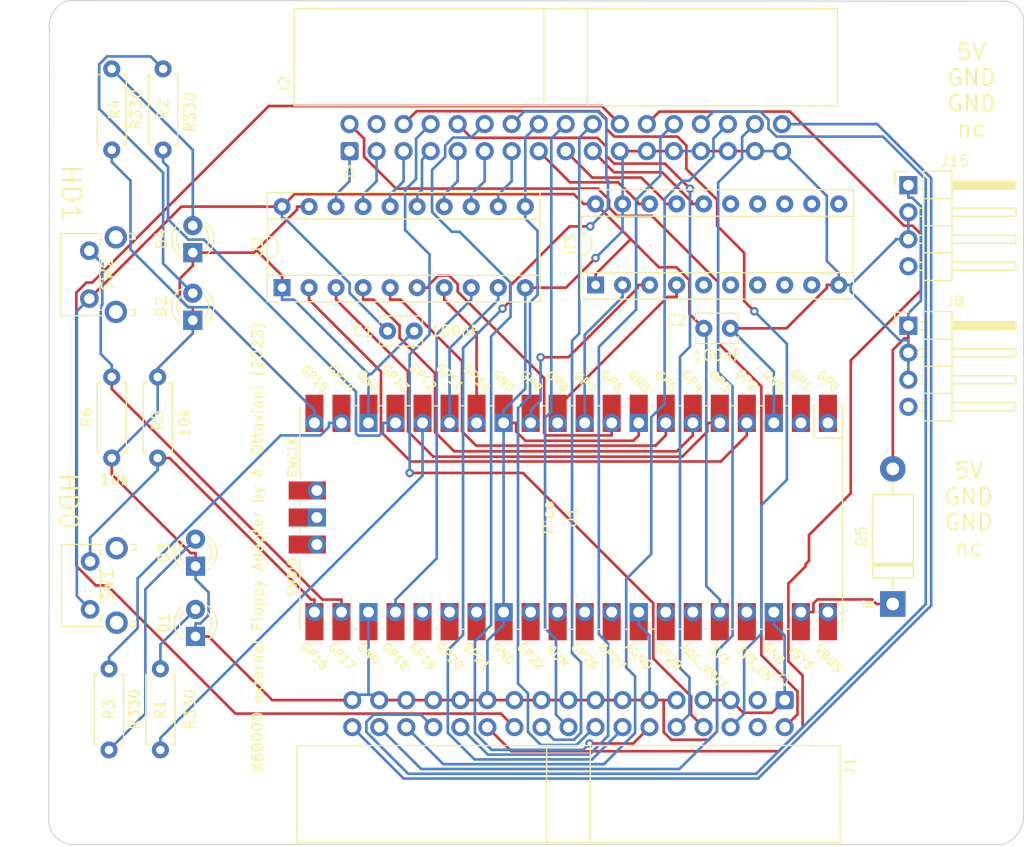
<source format=kicad_pcb>
(kicad_pcb (version 20211014) (generator pcbnew)
  (layers (0 "F.Cu" signal) (31 "B.Cu" signal) (34 "B.Paste" user) (35 "F.Paste" user) (36 "B.SilkS" user "B.Silkscreen") (37 "F.SilkS" user "F.Silkscreen") (38 "B.Mask" user) (39 "F.Mask" user) (44 "Edge.Cuts" user))
  (net 0 "")
  (net 1 "GND")
  (net 2 "~{DENSITY}")
  (net 5 "~{DS3}")
  (net 6 "~{INDEX}")
  (net 7 "~{DS0}")
  (net 8 "~{DS1}")
  (net 9 "~{DS2}")
  (net 10 "~{MOTOR}")
  (net 11 "~{DIR}")
  (net 12 "~{STEP}")
  (net 13 "~{WDATA}")
  (net 14 "~{WGATE}")
  (net 15 "~{TRK0}")
  (net 16 "~{WPROT}")
  (net 17 "~{RDATA}")
  (net 18 "~{SIDE}")
  (net 19 "~{RDY}")
  (net 20 "~{OPT0}")
  (net 21 "~{OPT1}")
  (net 22 "~{OPT2}")
  (net 23 "~{OPT3}")
  (net 24 "~{EJECT}")
  (net 25 "~{EjectMSK}")
  (net 26 "~{INSERTED}")
  (net 27 "~{ERROR}")
  (net 28 "~{FDDINT}")
  (net 29 "+5V")
  (net 30 "Net-(D1-Pad2)")
  (net 33 "+3.3V")
  (net 34 "Net-(D2-Pad2)")
  (net 35 "Net-(D3-Pad2)")
  (net 36 "BT_FD0")
  (net 37 "BT_FD1")
  (net 39 "LEDFD0")
  (net 40 "LEDFD1")
  (net 41 "~{LED_BLINK}")
  (net 42 "LED_F0_Red")
  (net 43 "LED_F1_Red")
  (net 44 "~{OPT0'}")
  (net 45 "~{OPT1'}")
  (net 46 "~{OPT2'}")
  (net 47 "~{OPT3'}")
  (net 48 "~{EJECT'}")
  (net 49 "~{INSERTED'}")
  (net 50 "~{FDDINT'}")
  (net 51 "~{ERROR'}")
  (net 52 "~{EjectMSK'}")
  (net 53 "~{MOTOR'}")
  (net 54 "~{LED_BLINK'}")
  (net 55 "Net-(D5-Pad1)")
  (net 82 "Net-(D4-Pad2)")
  (footprint "Capacitor_THT:C_Disc_D3.8mm_W2.6mm_P2.50mm" (layer "F.Cu") (at 169.946 78.486)
    (fp_text reference "C2")
    (fp_text value "100nF")
  )
  (footprint "LED_THT:LED_D3.0mm" (layer "F.Cu") (at 122.174 100.838 90)
    (fp_text reference "D3")
    (fp_text value "LED")
  )
  (footprint "Resistor_THT:R_Axial_DIN0207_L6.3mm_D2.5mm_P7.62mm_Horizontal" (layer "F.Cu") (at 118.618 83.058 -90)
    (fp_text reference "R5")
    (fp_text value "10k")
  )
  (footprint "LED_THT:LED_D3.0mm" (layer "F.Cu") (at 121.92 71.374 90)
    (fp_text reference "D4")
    (fp_text value "LED")
  )
  (footprint "Resistor_THT:R_Axial_DIN0207_L6.3mm_D2.5mm_P7.62mm_Horizontal" (layer "F.Cu") (at 118.872 110.49 -90)
    (fp_text reference "R1")
    (fp_text value "R330")
  )
  (footprint "Resistor_THT:R_Axial_DIN0207_L6.3mm_D2.5mm_P7.62mm_Horizontal" (layer "F.Cu") (at 114.046 118.11 90)
    (fp_text reference "R3")
    (fp_text value "R330")
  )
  (footprint "MCU_RaspberryPi_and_Boards:RPi_Pico_SMD_TH" (layer "F.Cu") (at 157.48 96.266 -90)
    (fp_text reference "U1")
    (fp_text value "Pico")
  )
  (footprint "Connector_PinHeader_2.54mm:PinHeader_1x04_P2.54mm_Horizontal" (layer "F.Cu") (at 189.173 78.242)
    (fp_text reference "J8")
    (fp_text value "FloppyPWR")
  )
  (footprint "Button_Switch_THT:SW_Tactile_SPST_Angled_PTS645Vx83-2LFS" (layer "F.Cu") (at 112.1985 75.692 90)
    (fp_text reference "SW2")
    (fp_text value "SW_Push")
  )
  (footprint "Connector_PinHeader_2.54mm:PinHeader_1x04_P2.54mm_Horizontal" (layer "F.Cu") (at 189.173 65.034)
    (fp_text reference "J15")
    (fp_text value "BrdPWR")
  )
  (footprint "Resistor_THT:R_Axial_DIN0207_L6.3mm_D2.5mm_P7.62mm_Horizontal" (layer "F.Cu") (at 114.3 54.102 -90)
    (fp_text reference "R4")
    (fp_text value "R330")
  )
  (footprint "Resistor_THT:R_Axial_DIN0207_L6.3mm_D2.5mm_P7.62mm_Horizontal" (layer "F.Cu") (at 119.126 54.102 -90)
    (fp_text reference "R2")
    (fp_text value "R330")
  )
  (footprint "Connector_IDC:IDC-Header_2x17_P2.54mm_Horizontal" (layer "F.Cu") (at 177.546 113.4285 -90)
    (fp_text reference "J1")
    (fp_text value "HxC Connector")
  )
  (footprint "Diode_THT:D_DO-15_P12.70mm_Horizontal" (layer "F.Cu") (at 187.706 104.394 90)
    (fp_text reference "D5")
    (fp_text value "D_Schottky")
  )
  (footprint "Resistor_THT:R_Axial_DIN0207_L6.3mm_D2.5mm_P7.62mm_Horizontal" (layer "F.Cu") (at 114.3 90.678 90)
    (fp_text reference "R6")
    (fp_text value "10k")
  )
  (footprint "Package_DIP:DIP-20_W7.62mm_Socket" (layer "F.Cu") (at 130.307 74.666 90)
    (fp_text reference "U2")
    (fp_text value "74LVC245")
  )
  (footprint "LED_THT:LED_D3.0mm" (layer "F.Cu") (at 121.92 77.729 90)
    (fp_text reference "D2")
    (fp_text value "LED")
  )
  (footprint "Button_Switch_THT:SW_Tactile_SPST_Angled_PTS645Vx83-2LFS" (layer "F.Cu") (at 112.268 104.902 90)
    (fp_text reference "SW1")
    (fp_text value "SW_Push")
  )
  (footprint "Connector_IDC:IDC-Header_2x17_P2.54mm_Horizontal" (layer "F.Cu") (at 136.652 61.8315 90)
    (fp_text reference "J2")
    (fp_text value "FD Ext Connector")
  )
  (footprint "Capacitor_THT:C_Disc_D3.8mm_W2.6mm_P2.50mm" (layer "F.Cu") (at 140.228 78.74)
    (fp_text reference "C1")
    (fp_text value "100nF")
  )
  (footprint "LED_THT:LED_D3.0mm" (layer "F.Cu") (at 122.174 107.447 90)
    (fp_text reference "D1")
    (fp_text value "LED")
  )
  (footprint "Package_DIP:DIP-20_W7.62mm_Socket" (layer "F.Cu") (at 159.771 74.412 90)
    (fp_text reference "U3")
    (fp_text value "74LVC245")
  )
  (gr_arc (start 108.458 50.546) (mid 108.792724 48.767562) (end 110.238344 47.678949) (layer "Edge.Cuts") (width 0.1))
  (gr_line (start 197.866 47.752) (end 110.238344 47.678949) (layer "Edge.Cuts") (width 0.1))
  (gr_arc (start 110.518956 127) (mid 108.925902 126.171967) (end 108.38495 124.46) (layer "Edge.Cuts") (width 0.1))
  (gr_line (start 108.458 50.546) (end 108.38495 124.46) (layer "Edge.Cuts") (width 0.1))
  (gr_arc (start 200.000006 124.46) (mid 199.42477 125.999986) (end 198.12 127) (layer "Edge.Cuts") (width 0.1))
  (gr_line (start 200.000006 124.46) (end 200.000006 49.784) (layer "Edge.Cuts") (width 0.1))
  (gr_line (start 110.518956 127) (end 198.12 127) (layer "Edge.Cuts") (width 0.1))
  (gr_arc (start 197.866 47.752) (mid 199.418949 48.257656) (end 200 49.784) (layer "Edge.Cuts") (width 0.1))
  (gr_text "X68000 external Floppy Adapter by A. Ottaviani (2023)" (at 128.016 99.06 90) (layer "F.SilkS") (effects (font (size 1 1))))
  (gr_text "	5V\n	GND\n	GND\n	nc" (at 192.024 95.504) (layer "F.SilkS") (effects (font (size 1.5 1.5) (thickness 0.2))))
  (gr_text "HD1" (at 110.49 65.786 270) (layer "F.SilkS") (effects (font (size 1.8 1.8) (thickness 0.2))))
  (gr_text "HD0" (at 110.236 94.742 270) (layer "F.SilkS") (effects (font (size 1.8 1.8) (thickness 0.2))))
  (gr_text "	5V\n	GND\n	GND\n	nc" (at 192.278 56.134) (layer "F.SilkS") (effects (font (size 1.5 1.5) (thickness 0.2))))
  (segment (start 130.307 73.5409) (end 127.9077 71.1415) (width 0.25) (layer "F.Cu") (net 1))
  (segment (start 166.9011 117.16) (end 170.411 117.16) (width 0.25) (layer "F.Cu") (net 1))
  (segment (start 163.83 88.5511) (end 163.3284 89.0527) (width 0.25) (layer "F.Cu") (net 1))
  (segment (start 144.526 113.4285) (end 147.066 113.4285) (width 0.25) (layer "F.Cu") (net 1))
  (segment (start 166.1779 116.4368) (end 166.9011 117.16) (width 0.25) (layer "F.Cu") (net 1))
  (segment (start 172.212 61.8315) (end 169.672 61.8315) (width 0.25) (layer "F.Cu") (net 1))
  (segment (start 156.982 74.666) (end 153.167 74.666) (width 0.25) (layer "F.Cu") (net 1))
  (segment (start 163.3284 89.0527) (end 153.1739 89.0527) (width 0.25) (layer "F.Cu") (net 1))
  (segment (start 122.174 107.447) (end 123.3991 107.447) (width 0.25) (layer "F.Cu") (net 1))
  (segment (start 171.196 116.375) (end 171.196 113.4285) (width 0.25) (layer "F.Cu") (net 1))
  (segment (start 181.5059 74.6933) (end 177.7132 78.486) (width 0.25) (layer "F.Cu") (net 1))
  (segment (start 164.592 61.8315) (end 162.052 61.8315) (width 0.25) (layer "F.Cu") (net 1))
  (segment (start 153.1739 89.0527) (end 152.3051 88.1839) (width 0.25) (layer "F.Cu") (net 1))
  (segment (start 114.3 90.678) (end 114.3 92.1983) (width 0.25) (layer "F.Cu") (net 1))
  (segment (start 157.226 113.4285) (end 159.766 113.4285) (width 0.25) (layer "F.Cu") (net 1))
  (segment (start 172.466 113.4285) (end 173.6566 114.6191) (width 0.25) (layer "F.Cu") (net 1))
  (segment (start 152.3051 88.1839) (end 152.3051 87.376) (width 0.25) (layer "F.Cu") (net 1))
  (segment (start 159.766 71.882) (end 156.982 74.666) (width 0.25) (layer "F.Cu") (net 1))
  (segment (start 131.7219 67.046) (end 131.7219 67.3273) (width 0.25) (layer "F.Cu") (net 1))
  (segment (start 141.986 113.4285) (end 144.526 113.4285) (width 0.25) (layer "F.Cu") (net 1))
  (segment (start 166.1779 113.4285) (end 167.386 113.4285) (width 0.25) (layer "F.Cu") (net 1))
  (segment (start 166.1779 113.4285) (end 166.1779 116.4368) (width 0.25) (layer "F.Cu") (net 1))
  (segment (start 182.631 74.412) (end 181.5059 74.412) (width 0.25) (layer "F.Cu") (net 1))
  (segment (start 122.174 100.838) (end 122.174 99.6129) (width 0.25) (layer "F.Cu") (net 1))
  (segment (start 121.7146 99.6129) (end 122.174 99.6129) (width 0.25) (layer "F.Cu") (net 1))
  (segment (start 127.6752 71.374) (end 121.92 71.374) (width 0.25) (layer "F.Cu") (net 1))
  (segment (start 162.306 113.4285) (end 164.846 113.4285) (width 0.25) (layer "F.Cu") (net 1))
  (segment (start 121.4605 76.5039) (end 121.92 76.5039) (width 0.25) (layer "F.Cu") (net 1))
  (segment (start 120.6949 75.7383) (end 121.4605 76.5039) (width 0.25) (layer "F.Cu") (net 1))
  (segment (start 121.92 72.5991) (end 120.6949 73.8242) (width 0.25) (layer "F.Cu") (net 1))
  (segment (start 163.83 87.376) (end 163.83 88.5511) (width 0.25) (layer "F.Cu") (net 1))
  (segment (start 173.6566 114.6191) (end 176.3554 114.6191) (width 0.25) (layer "F.Cu") (net 1))
  (segment (start 121.92 71.374) (end 121.92 72.5991) (width 0.25) (layer "F.Cu") (net 1))
  (segment (start 120.6949 73.8242) (end 120.6949 75.7383) (width 0.25) (layer "F.Cu") (net 1))
  (segment (start 176.3554 114.6191) (end 177.546 113.4285) (width 0.25) (layer "F.Cu") (net 1))
  (segment (start 159.766 113.4285) (end 162.306 113.4285) (width 0.25) (layer "F.Cu") (net 1))
  (segment (start 164.846 113.4285) (end 166.1779 113.4285) (width 0.25) (layer "F.Cu") (net 1))
  (segment (start 167.132 61.8315) (end 164.592 61.8315) (width 0.25) (layer "F.Cu") (net 1))
  (segment (start 154.686 113.4285) (end 157.226 113.4285) (width 0.25) (layer "F.Cu") (net 1))
  (segment (start 129.3806 113.4285) (end 123.3991 107.447) (width 0.25) (layer "F.Cu") (net 1))
  (segment (start 136.906 113.4285) (end 129.3806 113.4285) (width 0.25) (layer "F.Cu") (net 1))
  (segment (start 177.7132 78.486) (end 172.446 78.486) (width 0.25) (layer "F.Cu") (net 1))
  (segment (start 171.196 113.4285) (end 172.466 113.4285) (width 0.25) (layer "F.Cu") (net 1))
  (segment (start 131.7219 67.3273) (end 127.9077 71.1415) (width 0.25) (layer "F.Cu") (net 1))
  (segment (start 149.606 113.4285) (end 152.146 113.4285) (width 0.25) (layer "F.Cu") (net 1))
  (segment (start 130.307 74.666) (end 130.307 73.5409) (width 0.25) (layer "F.Cu") (net 1))
  (segment (start 114.3 92.1983) (end 121.7146 99.6129) (width 0.25) (layer "F.Cu") (net 1))
  (segment (start 121.92 77.729) (end 121.92 76.5039) (width 0.25) (layer "F.Cu") (net 1))
  (segment (start 174.752 61.8315) (end 172.212 61.8315) (width 0.25) (layer "F.Cu") (net 1))
  (segment (start 181.5059 74.412) (end 181.5059 74.6933) (width 0.25) (layer "F.Cu") (net 1))
  (segment (start 170.411 117.16) (end 171.196 116.375) (width 0.25) (layer "F.Cu") (net 1))
  (segment (start 127.9077 71.1415) (end 127.6752 71.374) (width 0.25) (layer "F.Cu") (net 1))
  (segment (start 132.847 67.046) (end 131.7219 67.046) (width 0.25) (layer "F.Cu") (net 1))
  (segment (start 169.926 113.4285) (end 171.196 113.4285) (width 0.25) (layer "F.Cu") (net 1))
  (segment (start 139.446 113.4285) (end 141.986 113.4285) (width 0.25) (layer "F.Cu") (net 1))
  (segment (start 152.146 113.4285) (end 154.686 113.4285) (width 0.25) (layer "F.Cu") (net 1))
  (segment (start 147.066 113.4285) (end 149.606 113.4285) (width 0.25) (layer "F.Cu") (net 1))
  (segment (start 151.13 87.376) (end 152.3051 87.376) (width 0.25) (layer "F.Cu") (net 1))
  (via (at 159.766 71.882) (size 0.8) (drill 0.4) (layers "F.Cu" "B.Cu") (net 1))
  (segment (start 163.83 105.156) (end 163.83 106.3311) (width 0.25) (layer "B.Cu") (net 1))
  (segment (start 138.679 82.789) (end 142.728 78.74) (width 0.25) (layer "B.Cu") (net 1))
  (segment (start 139.446 113.4285) (end 138.938 112.9205) (width 0.25) (layer "B.Cu") (net 1))
  (segment (start 164.846 107.3471) (end 164.846 113.4285) (width 0.25) (layer "B.Cu") (net 1))
  (segment (start 162.311 69.337) (end 159.766 71.882) (width 0.25) (layer "B.Cu") (net 1))
  (segment (start 189.173 83.322) (end 189.173 80.782) (width 0.25) (layer "B.Cu") (net 1))
  (segment (start 183.7561 74.412) (end 183.7561 75.021) (width 0.25) (layer "B.Cu") (net 1))
  (segment (start 172.446 78.486) (end 176.53 82.57) (width 0.25) (layer "B.Cu") (net 1))
  (segment (start 153.167 74.666) (end 153.167 84.1639) (width 0.25) (layer "B.Cu") (net 1))
  (segment (start 123.3991 103.2882) (end 122.174 102.0631) (width 0.25) (layer "B.Cu") (net 1))
  (segment (start 169.672 61.8315) (end 167.132 61.8315) (width 0.25) (layer "B.Cu") (net 1))
  (segment (start 187.9979 70.114) (end 187.9979 70.1702) (width 0.25) (layer "B.Cu") (net 1))
  (segment (start 183.7561 75.021) (end 188.342 79.6069) (width 0.25) (layer "B.Cu") (net 1))
  (segment (start 130.307 74.666) (end 130.307 75.7911) (width 0.25) (layer "B.Cu") (net 1))
  (segment (start 187.9979 70.1702) (end 183.7561 74.412) (width 0.25) (layer "B.Cu") (net 1))
  (segment (start 131.4321 75.7911) (end 138.43 82.789) (width 0.25) (layer "B.Cu") (net 1))
  (segment (start 114.3 90.678) (end 118.618 86.36) (width 0.25) (layer "B.Cu") (net 1))
  (segment (start 176.53 105.7435) (end 176.53 105.156) (width 0.25) (layer "B.Cu") (net 1))
  (segment (start 138.43 82.789) (end 138.679 82.789) (width 0.25) (layer "B.Cu") (net 1))
  (segment (start 163.83 106.3311) (end 164.846 107.3471) (width 0.25) (layer "B.Cu") (net 1))
  (segment (start 123.3991 105.4562) (end 123.3991 103.2882) (width 0.25) (layer "B.Cu") (net 1))
  (segment (start 138.43 82.789) (end 138.43 87.376) (width 0.25) (layer "B.Cu") (net 1))
  (segment (start 181.5059 72.1618) (end 181.5059 66.0454) (width 0.25) (layer "B.Cu") (net 1))
  (segment (start 118.618 82.2561) (end 118.618 83.058) (width 0.25) (layer "B.Cu") (net 1))
  (segment (start 137.414 112.9205) (end 136.906 113.4285) (width 0.25) (layer "B.Cu") (net 1))
  (segment (start 149.606 113.4285) (end 149.606 107.8551) (width 0.25) (layer "B.Cu") (net 1))
  (segment (start 149.606 107.8551) (end 151.13 106.3311) (width 0.25) (layer "B.Cu") (net 1))
  (segment (start 189.173 70.114) (end 187.9979 70.114) (width 0.25) (layer "B.Cu") (net 1))
  (segment (start 130.307 75.7911) (end 131.4321 75.7911) (width 0.25) (layer "B.Cu") (net 1))
  (segment (start 118.618 86.36) (end 118.618 83.058) (width 0.25) (layer "B.Cu") (net 1))
  (segment (start 151.13 87.376) (end 151.13 86.2009) (width 0.25) (layer "B.Cu") (net 1))
  (segment (start 188.342 79.6069) (end 189.173 79.6069) (width 0.25) (layer "B.Cu") (net 1))
  (segment (start 151.13 105.156) (end 151.13 106.3311) (width 0.25) (layer "B.Cu") (net 1))
  (segment (start 122.174 106.2219) (end 122.6334 106.2219) (width 0.25) (layer "B.Cu") (net 1))
  (segment (start 138.43 112.9205) (end 138.43 105.156) (width 0.25) (layer "B.Cu") (net 1))
  (segment (start 182.631 73.2869) (end 181.5059 72.1618) (width 0.25) (layer "B.Cu") (net 1))
  (segment (start 138.43 112.9205) (end 137.414 112.9205) (width 0.25) (layer "B.Cu") (net 1))
  (segment (start 176.53 106.3311) (end 177.546 107.3471) (width 0.25) (layer "B.Cu") (net 1))
  (segment (start 122.174 107.447) (end 122.174 106.2219) (width 0.25) (layer "B.Cu") (net 1))
  (segment (start 182.631 74.412) (end 183.7561 74.412) (width 0.25) (layer "B.Cu") (net 1))
  (segment (start 189.173 70.114) (end 189.173 67.574) (width 0.25) (layer "B.Cu") (net 1))
  (segment (start 189.173 80.782) (end 189.173 79.6069) (width 0.25) (layer "B.Cu") (net 1))
  (segment (start 162.311 62.0905) (end 162.311 66.792) (width 0.25) (layer "B.Cu") (net 1))
  (segment (start 121.92 77.729) (end 121.92 78.9541) (width 0.25) (layer "B.Cu") (net 1))
  (segment (start 176.53 82.57) (end 176.53 87.376) (width 0.25) (layer "B.Cu") (net 1))
  (segment (start 153.167 84.1639) (end 151.13 86.2009) (width 0.25) (layer "B.Cu") (net 1))
  (segment (start 138.938 112.9205) (end 138.43 112.9205) (width 0.25) (layer "B.Cu") (net 1))
  (segment (start 181.5059 66.0454) (end 177.292 61.8315) (width 0.25) (layer "B.Cu") (net 1))
  (segment (start 182.631 74.412) (end 182.631 73.2869) (width 0.25) (layer "B.Cu") (net 1))
  (segment (start 177.292 61.8315) (end 174.752 61.8315) (width 0.25) (layer "B.Cu") (net 1))
  (segment (start 122.174 100.838) (end 122.174 102.0631) (width 0.25) (layer "B.Cu") (net 1))
  (segment (start 176.53 105.7435) (end 176.53 106.3311) (width 0.25) (layer "B.Cu") (net 1))
  (segment (start 121.92 78.9541) (end 118.618 82.2561) (width 0.25) (layer "B.Cu") (net 1))
  (segment (start 177.546 107.3471) (end 177.546 113.4285) (width 0.25) (layer "B.Cu") (net 1))
  (segment (start 122.6334 106.2219) (end 123.3991 105.4562) (width 0.25) (layer "B.Cu") (net 1))
  (segment (start 162.052 61.8315) (end 162.311 62.0905) (width 0.25) (layer "B.Cu") (net 1))
  (segment (start 162.311 66.792) (end 162.311 69.337) (width 0.25) (layer "B.Cu") (net 1))
  (segment (start 151.13 105.156) (end 151.13 87.376) (width 0.25) (layer "B.Cu") (net 1))
  (segment (start 175.3548 109.2077) (end 175.3548 83.938) (width 0.25) (layer "F.Cu") (net 2))
  (segment (start 177.546 115.9685) (end 178.7517 114.7628) (width 0.25) (layer "F.Cu") (net 2))
  (segment (start 178.7517 112.6046) (end 175.3548 109.2077) (width 0.25) (layer "F.Cu") (net 2))
  (segment (start 138.0158 60.6553) (end 136.652 59.2915) (width 0.25) (layer "F.Cu") (net 2))
  (segment (start 161.8178 67.9205) (end 161.041 67.1437) (width 0.25) (layer "F.Cu") (net 2))
  (segment (start 138.0158 62.3499) (end 138.0158 60.6553) (width 0.25) (layer "F.Cu") (net 2))
  (segment (start 178.7517 114.7628) (end 178.7517 112.6046) (width 0.25) (layer "F.Cu") (net 2))
  (segment (start 171.2889 79.8721) (end 171.2889 74.1376) (width 0.25) (layer "F.Cu") (net 2))
  (segment (start 159.9931 65.3534) (end 141.0193 65.3534) (width 0.25) (layer "F.Cu") (net 2))
  (segment (start 165.0718 67.9205) (end 161.8178 67.9205) (width 0.25) (layer "F.Cu") (net 2))
  (segment (start 161.041 66.4013) (end 159.9931 65.3534) (width 0.25) (layer "F.Cu") (net 2))
  (segment (start 141.0193 65.3534) (end 138.0158 62.3499) (width 0.25) (layer "F.Cu") (net 2))
  (segment (start 175.3548 83.938) (end 171.2889 79.8721) (width 0.25) (layer "F.Cu") (net 2))
  (segment (start 161.041 67.1437) (end 161.041 66.4013) (width 0.25) (layer "F.Cu") (net 2))
  (segment (start 171.2889 74.1376) (end 165.0718 67.9205) (width 0.25) (layer "F.Cu") (net 2))
  (segment (start 171.201 66.4017) (end 168.3072 63.5079) (width 0.25) (layer "F.Cu") (net 5))
  (segment (start 173.741 75.9294) (end 173.741 71.3912) (width 0.25) (layer "F.Cu") (net 5))
  (segment (start 173.741 71.3912) (end 171.201 68.8512) (width 0.25) (layer "F.Cu") (net 5))
  (segment (start 142.9468 58.0767) (end 141.732 59.2915) (width 0.25) (layer "F.Cu") (net 5))
  (segment (start 174.6974 76.8858) (end 173.741 75.9294) (width 0.25) (layer "F.Cu") (net 5))
  (segment (start 160.0675 58.0767) (end 142.9468 58.0767) (width 0.25) (layer "F.Cu") (net 5))
  (segment (start 168.3072 61.2981) (end 167.4758 60.4667) (width 0.25) (layer "F.Cu") (net 5))
  (segment (start 160.782 58.7912) (end 160.0675 58.0767) (width 0.25) (layer "F.Cu") (net 5))
  (segment (start 168.3072 63.5079) (end 168.3072 61.2981) (width 0.25) (layer "F.Cu") (net 5))
  (segment (start 160.782 59.7225) (end 160.782 58.7912) (width 0.25) (layer "F.Cu") (net 5))
  (segment (start 167.4758 60.4667) (end 161.5262 60.4667) (width 0.25) (layer "F.Cu") (net 5))
  (segment (start 171.201 68.8512) (end 171.201 66.4017) (width 0.25) (layer "F.Cu") (net 5))
  (segment (start 161.5262 60.4667) (end 160.782 59.7225) (width 0.25) (layer "F.Cu") (net 5))
  (via (at 174.6974 76.8858) (size 0.8) (drill 0.4) (layers "F.Cu" "B.Cu") (net 5))
  (segment (start 172.466 115.9685) (end 173.736 114.6985) (width 0.25) (layer "B.Cu") (net 5))
  (segment (start 177.7523 92.7187) (end 177.7523 79.9407) (width 0.25) (layer "B.Cu") (net 5))
  (segment (start 175.3548 107.2047) (end 175.3548 95.1162) (width 0.25) (layer "B.Cu") (net 5))
  (segment (start 175.3548 95.1162) (end 177.7523 92.7187) (width 0.25) (layer "B.Cu") (net 5))
  (segment (start 173.736 108.8235) (end 175.3548 107.2047) (width 0.25) (layer "B.Cu") (net 5))
  (segment (start 177.7523 79.9407) (end 174.6974 76.8858) (width 0.25) (layer "B.Cu") (net 5))
  (segment (start 173.736 114.6985) (end 173.736 108.8235) (width 0.25) (layer "B.Cu") (net 5))
  (segment (start 165.1948 104.3271) (end 152.9469 92.0792) (width 0.25) (layer "F.Cu") (net 6))
  (segment (start 169.926 115.9685) (end 168.7508 114.7933) (width 0.25) (layer "F.Cu") (net 6))
  (segment (start 168.7508 114.7933) (end 168.7508 113.0769) (width 0.25) (layer "F.Cu") (net 6))
  (segment (start 168.7508 113.0769) (end 165.1948 109.5209) (width 0.25) (layer "F.Cu") (net 6))
  (segment (start 165.1948 109.5209) (end 165.1948 104.3271) (width 0.25) (layer "F.Cu") (net 6))
  (segment (start 152.9469 92.0792) (end 142.3007 92.0792) (width 0.25) (layer "F.Cu") (net 6))
  (via (at 142.3007 92.0792) (size 0.8) (drill 0.4) (layers "F.Cu" "B.Cu") (net 6))
  (segment (start 141.8739 69.2421) (end 144.1685 71.5367) (width 0.25) (layer "B.Cu") (net 6))
  (segment (start 142.9072 64.4495) (end 141.8739 65.4828) (width 0.25) (layer "B.Cu") (net 6))
  (segment (start 144.272 59.2915) (end 142.9072 60.6563) (width 0.25) (layer "B.Cu") (net 6))
  (segment (start 141.8739 65.4828) (end 141.8739 69.2421) (width 0.25) (layer "B.Cu") (net 6))
  (segment (start 142.3007 80.9407) (end 142.3007 92.0792) (width 0.25) (layer "B.Cu") (net 6))
  (segment (start 144.1685 79.0729) (end 142.3007 80.9407) (width 0.25) (layer "B.Cu") (net 6))
  (segment (start 142.9072 60.6563) (end 142.9072 64.4495) (width 0.25) (layer "B.Cu") (net 6))
  (segment (start 144.1685 71.5367) (end 144.1685 79.0729) (width 0.25) (layer "B.Cu") (net 6))
  (segment (start 160.782 62.2731) (end 161.5156 63.0067) (width 0.25) (layer "F.Cu") (net 7))
  (segment (start 160.782 61.4095) (end 160.782 62.2731) (width 0.25) (layer "F.Cu") (net 7))
  (segment (start 166.292 63.0067) (end 168.6455 65.3602) (width 0.25) (layer "F.Cu") (net 7))
  (segment (start 146.812 59.2915) (end 148.0998 60.5793) (width 0.25) (layer "F.Cu") (net 7))
  (segment (start 148.0998 60.5793) (end 159.9518 60.5793) (width 0.25) (layer "F.Cu") (net 7))
  (segment (start 159.9518 60.5793) (end 160.782 61.4095) (width 0.25) (layer "F.Cu") (net 7))
  (segment (start 161.5156 63.0067) (end 166.292 63.0067) (width 0.25) (layer "F.Cu") (net 7))
  (via (at 168.6455 65.3602) (size 0.8) (drill 0.4) (layers "F.Cu" "B.Cu") (net 7))
  (segment (start 167.7065 81.151) (end 168.6455 80.212) (width 0.25) (layer "B.Cu") (net 7))
  (segment (start 168.5967 114.7578) (end 168.5967 111.3045) (width 0.25) (layer "B.Cu") (net 7))
  (segment (start 168.6455 80.212) (end 168.6455 65.3602) (width 0.25) (layer "B.Cu") (net 7))
  (segment (start 168.5967 111.3045) (end 167.7065 110.4143) (width 0.25) (layer "B.Cu") (net 7))
  (segment (start 167.386 115.9685) (end 168.5967 114.7578) (width 0.25) (layer "B.Cu") (net 7))
  (segment (start 167.7065 110.4143) (end 167.7065 81.151) (width 0.25) (layer "B.Cu") (net 7))
  (segment (start 163.3044 117.5101) (end 159.2061 117.5101) (width 0.25) (layer "F.Cu") (net 8))
  (segment (start 164.846 115.9685) (end 163.3044 117.5101) (width 0.25) (layer "F.Cu") (net 8))
  (via (at 159.2061 117.5101) (size 0.8) (drill 0.4) (layers "F.Cu" "B.Cu") (net 8))
  (segment (start 158.6151 118.1011) (end 159.2061 117.5101) (width 0.25) (layer "B.Cu") (net 8))
  (segment (start 146.2624 69.4131) (end 146.9951 69.4131) (width 0.25) (layer "B.Cu") (net 8))
  (segment (start 144.4076 63.5992) (end 144.4076 67.5583) (width 0.25) (layer "B.Cu") (net 8))
  (segment (start 145.6368 61.3058) (end 145.6368 62.37) (width 0.25) (layer "B.Cu") (net 8))
  (segment (start 144.4076 67.5583) (end 146.2624 69.4131) (width 0.25) (layer "B.Cu") (net 8))
  (segment (start 145.6368 62.37) (end 144.4076 63.5992) (width 0.25) (layer "B.Cu") (net 8))
  (segment (start 146.3811 60.5615) (end 145.6368 61.3058) (width 0.25) (layer "B.Cu") (net 8))
  (segment (start 148.4308 107.9106) (end 148.4308 116.5256) (width 0.25) (layer "B.Cu") (net 8))
  (segment (start 149.9548 79.2409) (end 149.9548 106.3866) (width 0.25) (layer "B.Cu") (net 8))
  (segment (start 149.352 59.2915) (end 148.082 60.5615) (width 0.25) (layer "B.Cu") (net 8))
  (segment (start 151.7853 74.2033) (end 151.7853 77.4104) (width 0.25) (layer "B.Cu") (net 8))
  (segment (start 146.9951 69.4131) (end 151.7853 74.2033) (width 0.25) (layer "B.Cu") (net 8))
  (segment (start 148.4308 116.5256) (end 150.0063 118.1011) (width 0.25) (layer "B.Cu") (net 8))
  (segment (start 148.082 60.5615) (end 146.3811 60.5615) (width 0.25) (layer "B.Cu") (net 8))
  (segment (start 150.0063 118.1011) (end 158.6151 118.1011) (width 0.25) (layer "B.Cu") (net 8))
  (segment (start 149.9548 106.3866) (end 148.4308 107.9106) (width 0.25) (layer "B.Cu") (net 8))
  (segment (start 151.7853 77.4104) (end 149.9548 79.2409) (width 0.25) (layer "B.Cu") (net 8))
  (segment (start 151.7522 74.476) (end 157.3224 68.9058) (width 0.25) (layer "F.Cu") (net 9))
  (segment (start 157.3224 68.9058) (end 159.2731 68.9058) (width 0.25) (layer "F.Cu") (net 9))
  (segment (start 151.7522 75.9121) (end 151.7522 74.476) (width 0.25) (layer "F.Cu") (net 9))
  (segment (start 151.0302 76.6341) (end 151.7522 75.9121) (width 0.25) (layer "F.Cu") (net 9))
  (via (at 151.0302 76.6341) (size 0.8) (drill 0.4) (layers "F.Cu" "B.Cu") (net 9))
  (via (at 159.2731 68.9058) (size 0.8) (drill 0.4) (layers "F.Cu" "B.Cu") (net 9))
  (segment (start 162.306 116.1425) (end 159.4472 119.0013) (width 0.25) (layer "B.Cu") (net 9))
  (segment (start 162.306 115.9685) (end 162.306 116.1425) (width 0.25) (layer "B.Cu") (net 9))
  (segment (start 160.782 64.4428) (end 160.782 58.8977) (width 0.25) (layer "B.Cu") (net 9))
  (segment (start 153.0745 58.109) (end 151.892 59.2915) (width 0.25) (layer "B.Cu") (net 9))
  (segment (start 145.8908 108.7287) (end 147.32 107.2995) (width 0.25) (layer "B.Cu") (net 9))
  (segment (start 148.3925 119.0013) (end 145.8908 116.4996) (width 0.25) (layer "B.Cu") (net 9))
  (segment (start 147.32 80.3443) (end 151.0302 76.6341) (width 0.25) (layer "B.Cu") (net 9))
  (segment (start 145.8908 116.4996) (end 145.8908 108.7287) (width 0.25) (layer "B.Cu") (net 9))
  (segment (start 160.9355 64.5963) (end 160.782 64.4428) (width 0.25) (layer "B.Cu") (net 9))
  (segment (start 160.782 58.8977) (end 159.9933 58.109) (width 0.25) (layer "B.Cu") (net 9))
  (segment (start 147.32 107.2995) (end 147.32 80.3443) (width 0.25) (layer "B.Cu") (net 9))
  (segment (start 159.2731 68.9058) (end 160.9355 67.2434) (width 0.25) (layer "B.Cu") (net 9))
  (segment (start 160.9355 67.2434) (end 160.9355 64.5963) (width 0.25) (layer "B.Cu") (net 9))
  (segment (start 159.4472 119.0013) (end 148.3925 119.0013) (width 0.25) (layer "B.Cu") (net 9))
  (segment (start 159.9933 58.109) (end 153.0745 58.109) (width 0.25) (layer "B.Cu") (net 9))
  (segment (start 153.416 112.7985) (end 153.416 116.428) (width 0.25) (layer "B.Cu") (net 10))
  (segment (start 153.416 116.428) (end 154.6389 117.6509) (width 0.25) (layer "B.Cu") (net 10))
  (segment (start 153.6172 76.0554) (end 153.6172 84.8334) (width 0.25) (layer "B.Cu") (net 10))
  (segment (start 152.4848 111.8673) (end 153.416 112.7985) (width 0.25) (layer "B.Cu") (net 10))
  (segment (start 154.432 59.2915) (end 153.167 60.5565) (width 0.25) (layer "B.Cu") (net 10))
  (segment (start 154.3211 75.3515) (end 153.6172 76.0554) (width 0.25) (layer "B.Cu") (net 10))
  (segment (start 153.6172 84.8334) (end 152.4848 85.9658) (width 0.25) (layer "B.Cu") (net 10))
  (segment (start 152.4848 85.9658) (end 152.4848 111.8673) (width 0.25) (layer "B.Cu") (net 10))
  (segment (start 153.167 67.046) (end 153.167 68.1711) (width 0.25) (layer "B.Cu") (net 10))
  (segment (start 153.167 68.1711) (end 154.3211 69.3252) (width 0.25) (layer "B.Cu") (net 10))
  (segment (start 154.3211 69.3252) (end 154.3211 75.3515) (width 0.25) (layer "B.Cu") (net 10))
  (segment (start 154.6389 117.6509) (end 157.9862 117.6509) (width 0.25) (layer "B.Cu") (net 10))
  (segment (start 157.9862 117.6509) (end 159.6686 115.9685) (width 0.25) (layer "B.Cu") (net 10))
  (segment (start 153.167 60.5565) (end 153.167 67.046) (width 0.25) (layer "B.Cu") (net 10))
  (segment (start 159.6686 115.9685) (end 159.766 115.9685) (width 0.25) (layer "B.Cu") (net 10))
  (segment (start 155.0253 86.8987) (end 155.6121 86.3119) (width 0.25) (layer "B.Cu") (net 11))
  (segment (start 156.0508 107.7164) (end 155.0253 106.6909) (width 0.25) (layer "B.Cu") (net 11))
  (segment (start 157.226 115.9685) (end 156.0508 114.7933) (width 0.25) (layer "B.Cu") (net 11))
  (segment (start 155.6121 60.6514) (end 156.972 59.2915) (width 0.25) (layer "B.Cu") (net 11))
  (segment (start 155.0253 106.6909) (end 155.0253 86.8987) (width 0.25) (layer "B.Cu") (net 11))
  (segment (start 156.0508 114.7933) (end 156.0508 107.7164) (width 0.25) (layer "B.Cu") (net 11))
  (segment (start 155.6121 86.3119) (end 155.6121 60.6514) (width 0.25) (layer "B.Cu") (net 11))
  (segment (start 159.512 59.2915) (end 158.242 60.5615) (width 0.25) (layer "B.Cu") (net 12))
  (segment (start 158.402 109.8638) (end 158.402 116.4929) (width 0.25) (layer "B.Cu") (net 12))
  (segment (start 158.242 78.9694) (end 157.5634 79.648) (width 0.25) (layer "B.Cu") (net 12))
  (segment (start 158.402 116.4929) (end 157.7441 117.1508) (width 0.25) (layer "B.Cu") (net 12))
  (segment (start 157.5634 79.648) (end 157.5634 109.0252) (width 0.25) (layer "B.Cu") (net 12))
  (segment (start 158.242 60.5615) (end 158.242 78.9694) (width 0.25) (layer "B.Cu") (net 12))
  (segment (start 157.7441 117.1508) (end 155.8683 117.1508) (width 0.25) (layer "B.Cu") (net 12))
  (segment (start 155.8683 117.1508) (end 154.686 115.9685) (width 0.25) (layer "B.Cu") (net 12))
  (segment (start 157.5634 109.0252) (end 158.402 109.8638) (width 0.25) (layer "B.Cu") (net 12))
  (segment (start 150.876 114.6985) (end 152.146 115.9685) (width 0.25) (layer "F.Cu") (net 13))
  (segment (start 162.052 59.2915) (end 160.3509 57.5904) (width 0.25) (layer "F.Cu") (net 13))
  (segment (start 160.3509 57.5904) (end 129.0626 57.5904) (width 0.25) (layer "F.Cu") (net 13))
  (segment (start 112.4722 74.1808) (end 111.9228 74.1808) (width 0.25) (layer "F.Cu") (net 13))
  (segment (start 129.0626 57.5904) (end 112.4722 74.1808) (width 0.25) (layer "F.Cu") (net 13))
  (segment (start 113.8813 102.652) (end 125.9278 114.6985) (width 0.25) (layer "F.Cu") (net 13))
  (segment (start 110.9706 100.8225) (end 112.8001 102.652) (width 0.25) (layer "F.Cu") (net 13))
  (segment (start 111.9228 74.1808) (end 110.9706 75.133) (width 0.25) (layer "F.Cu") (net 13))
  (segment (start 112.8001 102.652) (end 113.8813 102.652) (width 0.25) (layer "F.Cu") (net 13))
  (segment (start 110.9706 75.133) (end 110.9706 100.8225) (width 0.25) (layer "F.Cu") (net 13))
  (segment (start 125.9278 114.6985) (end 150.876 114.6985) (width 0.25) (layer "F.Cu") (net 13))
  (segment (start 189.5671 68.844) (end 190.3482 69.6251) (width 0.25) (layer "F.Cu") (net 14))
  (segment (start 165.7672 58.1163) (end 178.0366 58.1163) (width 0.25) (layer "F.Cu") (net 14))
  (segment (start 179.832 100.33) (end 179.5252 100.6368) (width 0.25) (layer "F.Cu") (net 14))
  (segment (start 164.592 59.2915) (end 165.7672 58.1163) (width 0.25) (layer "F.Cu") (net 14))
  (segment (start 179.2313 115.9941) (end 176.9901 118.2353) (width 0.25) (layer "F.Cu") (net 14))
  (segment (start 183.7562 93.9842) (end 179.832 97.9084) (width 0.25) (layer "F.Cu") (net 14))
  (segment (start 188.7643 68.844) (end 189.5671 68.844) (width 0.25) (layer "F.Cu") (net 14))
  (segment (start 179.832 97.9084) (end 179.832 100.33) (width 0.25) (layer "F.Cu") (net 14))
  (segment (start 177.8948 102.4695) (end 177.8948 109.7827) (width 0.25) (layer "F.Cu") (net 14))
  (segment (start 183.7562 81.4991) (end 183.7562 93.9842) (width 0.25) (layer "F.Cu") (net 14))
  (segment (start 179.2313 111.1192) (end 179.2313 115.9941) (width 0.25) (layer "F.Cu") (net 14))
  (segment (start 178.0366 58.1163) (end 188.7643 68.844) (width 0.25) (layer "F.Cu") (net 14))
  (segment (start 179.5252 100.6368) (end 179.5252 100.8391) (width 0.25) (layer "F.Cu") (net 14))
  (segment (start 176.9901 118.2353) (end 151.8728 118.2353) (width 0.25) (layer "F.Cu") (net 14))
  (segment (start 151.8728 118.2353) (end 149.606 115.9685) (width 0.25) (layer "F.Cu") (net 14))
  (segment (start 190.3482 69.6251) (end 190.3482 74.9071) (width 0.25) (layer "F.Cu") (net 14))
  (segment (start 190.3482 74.9071) (end 183.7562 81.4991) (width 0.25) (layer "F.Cu") (net 14))
  (segment (start 179.5252 100.8391) (end 177.8948 102.4695) (width 0.25) (layer "F.Cu") (net 14))
  (segment (start 177.8948 109.7827) (end 179.2313 111.1192) (width 0.25) (layer "F.Cu") (net 14))
  (segment (start 163.581 66.4038) (end 165.862 64.1228) (width 0.25) (layer "B.Cu") (net 15))
  (segment (start 165.862 64.1228) (end 165.862 60.5615) (width 0.25) (layer "B.Cu") (net 15))
  (segment (start 149.6487 118.5512) (end 159.1906 118.5512) (width 0.25) (layer "B.Cu") (net 15))
  (segment (start 160.0784 107.2403) (end 160.0784 80.2329) (width 0.25) (layer "B.Cu") (net 15))
  (segment (start 165.862 60.5615) (end 167.132 59.2915) (width 0.25) (layer "B.Cu") (net 15))
  (segment (start 163.581 76.7303) (end 163.581 66.4038) (width 0.25) (layer "B.Cu") (net 15))
  (segment (start 160.0784 80.2329) (end 163.581 76.7303) (width 0.25) (layer "B.Cu") (net 15))
  (segment (start 160.9552 116.7866) (end 160.9552 108.1171) (width 0.25) (layer "B.Cu") (net 15))
  (segment (start 159.1906 118.5512) (end 160.9552 116.7866) (width 0.25) (layer "B.Cu") (net 15))
  (segment (start 160.9552 108.1171) (end 160.0784 107.2403) (width 0.25) (layer "B.Cu") (net 15))
  (segment (start 147.066 115.9685) (end 149.6487 118.5512) (width 0.25) (layer "B.Cu") (net 15))
  (segment (start 138.2307 115.4828) (end 138.2307 116.419) (width 0.25) (layer "B.Cu") (net 16))
  (segment (start 190.807 64.4936) (end 186.7801 60.4667) (width 0.25) (layer "B.Cu") (net 16))
  (segment (start 176.022 59.7225) (end 176.022 58.8706) (width 0.25) (layer "B.Cu") (net 16))
  (segment (start 190.807 104.4052) (end 190.807 64.4936) (width 0.25) (layer "B.Cu") (net 16))
  (segment (start 176.022 58.8706) (end 175.2628 58.1114) (width 0.25) (layer "B.Cu") (net 16))
  (segment (start 186.7801 60.4667) (end 176.7662 60.4667) (width 0.25) (layer "B.Cu") (net 16))
  (segment (start 175.2628 58.1114) (end 170.8521 58.1114) (width 0.25) (layer "B.Cu") (net 16))
  (segment (start 174.8606 120.3516) (end 190.807 104.4052) (width 0.25) (layer "B.Cu") (net 16))
  (segment (start 138.2307 116.419) (end 142.1633 120.3516) (width 0.25) (layer "B.Cu") (net 16))
  (segment (start 144.526 115.9685) (end 143.3508 114.7933) (width 0.25) (layer "B.Cu") (net 16))
  (segment (start 170.8521 58.1114) (end 169.672 59.2915) (width 0.25) (layer "B.Cu") (net 16))
  (segment (start 138.9202 114.7933) (end 138.2307 115.4828) (width 0.25) (layer "B.Cu") (net 16))
  (segment (start 143.3508 114.7933) (end 138.9202 114.7933) (width 0.25) (layer "B.Cu") (net 16))
  (segment (start 176.7662 60.4667) (end 176.022 59.7225) (width 0.25) (layer "B.Cu") (net 16))
  (segment (start 142.1633 120.3516) (end 174.8606 120.3516) (width 0.25) (layer "B.Cu") (net 16))
  (segment (start 170.8522 62.333) (end 170.8522 60.6513) (width 0.25) (layer "B.Cu") (net 17))
  (segment (start 170.8522 60.6513) (end 172.212 59.2915) (width 0.25) (layer "B.Cu") (net 17))
  (segment (start 145.4689 119.4514) (end 160.5591 119.4514) (width 0.25) (layer "B.Cu") (net 17))
  (segment (start 166.2623 85.5837) (end 166.2623 66.3121) (width 0.25) (layer "B.Cu") (net 17))
  (segment (start 166.2623 66.3121) (end 167.9531 64.6213) (width 0.25) (layer "B.Cu") (net 17))
  (segment (start 165.0052 86.8408) (end 166.2623 85.5837) (width 0.25) (layer "B.Cu") (net 17))
  (segment (start 160.5591 119.4514) (end 163.4914 116.5191) (width 0.25) (layer "B.Cu") (net 17))
  (segment (start 168.5639 64.6213) (end 170.8522 62.333) (width 0.25) (layer "B.Cu") (net 17))
  (segment (start 163.4914 111.2003) (end 162.6548 110.3637) (width 0.25) (layer "B.Cu") (net 17))
  (segment (start 167.9531 64.6213) (end 168.5639 64.6213) (width 0.25) (layer "B.Cu") (net 17))
  (segment (start 165.0052 99.7017) (end 165.0052 86.8408) (width 0.25) (layer "B.Cu") (net 17))
  (segment (start 162.6548 110.3637) (end 162.6548 102.0521) (width 0.25) (layer "B.Cu") (net 17))
  (segment (start 162.6548 102.0521) (end 165.0052 99.7017) (width 0.25) (layer "B.Cu") (net 17))
  (segment (start 141.986 115.9685) (end 145.4689 119.4514) (width 0.25) (layer "B.Cu") (net 17))
  (segment (start 163.4914 116.5191) (end 163.4914 111.2003) (width 0.25) (layer "B.Cu") (net 17))
  (segment (start 172.6466 107.3729) (end 172.6466 83.9681) (width 0.25) (layer "B.Cu") (net 18))
  (segment (start 171.294 64.7791) (end 173.5467 62.5264) (width 0.25) (layer "B.Cu") (net 18))
  (segment (start 171.196 108.8235) (end 172.6466 107.3729) (width 0.25) (layer "B.Cu") (net 18))
  (segment (start 173.5467 62.5264) (end 173.5467 60.4968) (width 0.25) (layer "B.Cu") (net 18))
  (segment (start 171.294 82.6155) (end 171.294 64.7791) (width 0.25) (layer "B.Cu") (net 18))
  (segment (start 171.196 116.3605) (end 171.196 108.8235) (width 0.25) (layer "B.Cu") (net 18))
  (segment (start 143.379 119.9015) (end 167.655 119.9015) (width 0.25) (layer "B.Cu") (net 18))
  (segment (start 139.446 115.9685) (end 143.379 119.9015) (width 0.25) (layer "B.Cu") (net 18))
  (segment (start 172.6466 83.9681) (end 171.294 82.6155) (width 0.25) (layer "B.Cu") (net 18))
  (segment (start 167.655 119.9015) (end 171.196 116.3605) (width 0.25) (layer "B.Cu") (net 18))
  (segment (start 173.5467 60.4968) (end 174.752 59.2915) (width 0.25) (layer "B.Cu") (net 18))
  (segment (start 175.0471 120.8017) (end 191.3134 104.5354) (width 0.25) (layer "B.Cu") (net 19))
  (segment (start 191.3134 64.3634) (end 186.2415 59.2915) (width 0.25) (layer "B.Cu") (net 19))
  (segment (start 191.3134 104.5354) (end 191.3134 64.3634) (width 0.25) (layer "B.Cu") (net 19))
  (segment (start 136.906 115.9685) (end 141.7392 120.8017) (width 0.25) (layer "B.Cu") (net 19))
  (segment (start 141.7392 120.8017) (end 175.0471 120.8017) (width 0.25) (layer "B.Cu") (net 19))
  (segment (start 186.2415 59.2915) (end 177.292 59.2915) (width 0.25) (layer "B.Cu") (net 19))
  (segment (start 135.387 67.046) (end 135.387 65.9209) (width 0.25) (layer "B.Cu") (net 20))
  (segment (start 136.652 64.6559) (end 136.652 61.8315) (width 0.25) (layer "B.Cu") (net 20))
  (segment (start 135.387 65.9209) (end 136.652 64.6559) (width 0.25) (layer "B.Cu") (net 20))
  (segment (start 137.927 67.046) (end 137.927 65.9209) (width 0.25) (layer "B.Cu") (net 21))
  (segment (start 137.927 65.9209) (end 139.192 64.6559) (width 0.25) (layer "B.Cu") (net 21))
  (segment (start 139.192 64.6559) (end 139.192 61.8315) (width 0.25) (layer "B.Cu") (net 21))
  (segment (start 140.467 65.9209) (end 141.732 64.6559) (width 0.25) (layer "B.Cu") (net 22))
  (segment (start 141.732 64.6559) (end 141.732 61.8315) (width 0.25) (layer "B.Cu") (net 22))
  (segment (start 140.467 67.046) (end 140.467 65.9209) (width 0.25) (layer "B.Cu") (net 22))
  (segment (start 143.007 65.9209) (end 143.4571 65.4708) (width 0.25) (layer "B.Cu") (net 23))
  (segment (start 143.4571 65.4708) (end 143.4571 62.6464) (width 0.25) (layer "B.Cu") (net 23))
  (segment (start 143.007 67.046) (end 143.007 65.9209) (width 0.25) (layer "B.Cu") (net 23))
  (segment (start 143.4571 62.6464) (end 144.272 61.8315) (width 0.25) (layer "B.Cu") (net 23))
  (segment (start 146.812 64.6559) (end 146.812 61.8315) (width 0.25) (layer "B.Cu") (net 24))
  (segment (start 145.547 65.9209) (end 146.812 64.6559) (width 0.25) (layer "B.Cu") (net 24))
  (segment (start 145.547 67.046) (end 145.547 65.9209) (width 0.25) (layer "B.Cu") (net 24))
  (segment (start 148.087 65.9209) (end 149.352 64.6559) (width 0.25) (layer "B.Cu") (net 25))
  (segment (start 149.352 64.6559) (end 149.352 61.8315) (width 0.25) (layer "B.Cu") (net 25))
  (segment (start 148.087 67.046) (end 148.087 65.9209) (width 0.25) (layer "B.Cu") (net 25))
  (segment (start 154.432 61.8315) (end 157.3672 64.7667) (width 0.25) (layer "F.Cu") (net 26))
  (segment (start 157.3672 64.7667) (end 161.8932 64.7667) (width 0.25) (layer "F.Cu") (net 26))
  (segment (start 161.8932 64.7667) (end 163.7259 66.5994) (width 0.25) (layer "F.Cu") (net 26))
  (segment (start 163.7259 66.5994) (end 163.7259 66.792) (width 0.25) (layer "F.Cu") (net 26))
  (segment (start 164.851 66.792) (end 163.7259 66.792) (width 0.25) (layer "F.Cu") (net 26))
  (segment (start 156.972 61.8315) (end 159.457 64.3165) (width 0.25) (layer "F.Cu") (net 27))
  (segment (start 159.457 64.3165) (end 164.0717 64.3165) (width 0.25) (layer "F.Cu") (net 27))
  (segment (start 166.2659 66.5107) (end 166.2659 66.792) (width 0.25) (layer "F.Cu") (net 27))
  (segment (start 164.0717 64.3165) (end 166.2659 66.5107) (width 0.25) (layer "F.Cu") (net 27))
  (segment (start 167.391 66.792) (end 166.2659 66.792) (width 0.25) (layer "F.Cu") (net 27))
  (segment (start 161.5013 63.8208) (end 159.512 61.8315) (width 0.25) (layer "F.Cu") (net 28))
  (segment (start 169.931 66.792) (end 168.8059 66.792) (width 0.25) (layer "F.Cu") (net 28))
  (segment (start 168.8059 66.792) (end 168.8059 66.5979) (width 0.25) (layer "F.Cu") (net 28))
  (segment (start 168.8059 66.5979) (end 166.0288 63.8208) (width 0.25) (layer "F.Cu") (net 28))
  (segment (start 166.0288 63.8208) (end 161.5013 63.8208) (width 0.25) (layer "F.Cu") (net 28))
  (segment (start 189.173 78.242) (end 189.173 79.4171) (width 0.25) (layer "F.Cu") (net 29))
  (segment (start 187.706 80.5169) (end 187.706 91.694) (width 0.25) (layer "F.Cu") (net 29))
  (segment (start 189.173 79.4171) (end 188.8058 79.4171) (width 0.25) (layer "F.Cu") (net 29))
  (segment (start 188.8058 79.4171) (end 187.706 80.5169) (width 0.25) (layer "F.Cu") (net 29))
  (segment (start 189.173 65.034) (end 189.173 66.2091) (width 0.25) (layer "B.Cu") (net 29))
  (segment (start 190.3481 75.8918) (end 189.173 77.0669) (width 0.25) (layer "B.Cu") (net 29))
  (segment (start 189.5402 66.2091) (end 190.3481 67.017) (width 0.25) (layer "B.Cu") (net 29))
  (segment (start 189.173 78.242) (end 189.173 77.0669) (width 0.25) (layer "B.Cu") (net 29))
  (segment (start 189.173 66.2091) (end 189.5402 66.2091) (width 0.25) (layer "B.Cu") (net 29))
  (segment (start 190.3481 67.017) (end 190.3481 75.8918) (width 0.25) (layer "B.Cu") (net 29))
  (segment (start 118.872 108.209) (end 118.872 110.49) (width 0.25) (layer "B.Cu") (net 30))
  (segment (start 122.174 104.907) (end 118.872 108.209) (width 0.25) (layer "B.Cu") (net 30))
  (segment (start 159.771 74.412) (end 159.771 73.401) (width 0.25) (layer "F.Cu") (net 33))
  (segment (start 159.771 66.792) (end 158.6459 66.792) (width 0.25) (layer "F.Cu") (net 33))
  (segment (start 131.4791 65.8739) (end 157.7278 65.8739) (width 0.25) (layer "F.Cu") (net 33))
  (segment (start 163.0755 70.0965) (end 165.7275 72.7485) (width 0.25) (layer "F.Cu") (net 33))
  (segment (start 112.1985 75.692) (end 120.8445 67.046) (width 0.25) (layer "F.Cu") (net 33))
  (segment (start 157.7278 65.8739) (end 158.6459 66.792) (width 0.25) (layer "F.Cu") (net 33))
  (segment (start 168.5871 73.9604) (end 168.5871 77.1271) (width 0.25) (layer "F.Cu") (net 33))
  (segment (start 159.771 66.792) (end 163.0755 70.0965) (width 0.25) (layer "F.Cu") (net 33))
  (segment (start 165.7275 72.7485) (end 167.3752 72.7485) (width 0.25) (layer "F.Cu") (net 33))
  (segment (start 168.5871 77.1271) (end 169.946 78.486) (width 0.25) (layer "F.Cu") (net 33))
  (segment (start 167.3752 72.7485) (end 168.5871 73.9604) (width 0.25) (layer "F.Cu") (net 33))
  (segment (start 120.8445 67.046) (end 130.307 67.046) (width 0.25) (layer "F.Cu") (net 33))
  (segment (start 159.771 73.401) (end 163.0755 70.0965) (width 0.25) (layer "F.Cu") (net 33))
  (segment (start 130.307 67.046) (end 131.4791 65.8739) (width 0.25) (layer "F.Cu") (net 33))
  (segment (start 112.1985 75.692) (end 111.0214 76.8691) (width 0.25) (layer "B.Cu") (net 33))
  (segment (start 170.18 78.72) (end 170.18 102.7109) (width 0.25) (layer "B.Cu") (net 33))
  (segment (start 169.946 78.486) (end 170.18 78.72) (width 0.25) (layer "B.Cu") (net 33))
  (segment (start 130.5883 68.1711) (end 136.657 74.2398) (width 0.25) (layer "B.Cu") (net 33))
  (segment (start 136.657 75.169) (end 140.228 78.74) (width 0.25) (layer "B.Cu") (net 33))
  (segment (start 111.0214 103.6554) (end 112.268 104.902) (width 0.25) (layer "B.Cu") (net 33))
  (segment (start 170.18 102.7109) (end 171.45 103.9809) (width 0.25) (layer "B.Cu") (net 33))
  (segment (start 136.657 74.2398) (end 136.657 75.169) (width 0.25) (layer "B.Cu") (net 33))
  (segment (start 111.0214 76.8691) (end 111.0214 103.6554) (width 0.25) (layer "B.Cu") (net 33))
  (segment (start 171.45 105.156) (end 171.45 103.9809) (width 0.25) (layer "B.Cu") (net 33))
  (segment (start 130.307 67.046) (end 130.307 68.1711) (width 0.25) (layer "B.Cu") (net 33))
  (segment (start 130.307 68.1711) (end 130.5883 68.1711) (width 0.25) (layer "B.Cu") (net 33))
  (segment (start 119.126 72.395) (end 119.126 63.863) (width 0.25) (layer "B.Cu") (net 34))
  (segment (start 119.126 63.863) (end 113.1212 57.8582) (width 0.25) (layer "B.Cu") (net 34))
  (segment (start 113.1212 57.8582) (end 113.1212 53.6702) (width 0.25) (layer "B.Cu") (net 34))
  (segment (start 113.8606 52.9308) (end 117.9548 52.9308) (width 0.25) (layer "B.Cu") (net 34))
  (segment (start 117.9548 52.9308) (end 119.126 54.102) (width 0.25) (layer "B.Cu") (net 34))
  (segment (start 121.92 75.189) (end 119.126 72.395) (width 0.25) (layer "B.Cu") (net 34))
  (segment (start 113.1212 53.6702) (end 113.8606 52.9308) (width 0.25) (layer "B.Cu") (net 34))
  (segment (start 114.046 118.11) (end 117.459 114.697) (width 0.25) (layer "B.Cu") (net 35))
  (segment (start 117.459 103.013) (end 122.174 98.298) (width 0.25) (layer "B.Cu") (net 35))
  (segment (start 117.459 114.697) (end 117.459 103.013) (width 0.25) (layer "B.Cu") (net 35))
  (segment (start 133.35 105.156) (end 133.35 103.9809) (width 0.25) (layer "F.Cu") (net 36))
  (segment (start 119.7431 90.678) (end 133.046 103.9809) (width 0.25) (layer "F.Cu") (net 36))
  (segment (start 118.618 90.678) (end 119.7431 90.678) (width 0.25) (layer "F.Cu") (net 36))
  (segment (start 133.046 103.9809) (end 133.35 103.9809) (width 0.25) (layer "F.Cu") (net 36))
  (segment (start 112.268 98.1531) (end 118.618 91.8031) (width 0.25) (layer "B.Cu") (net 36))
  (segment (start 112.268 100.402) (end 112.268 98.1531) (width 0.25) (layer "B.Cu") (net 36))
  (segment (start 118.618 90.678) (end 118.618 91.8031) (width 0.25) (layer "B.Cu") (net 36))
  (segment (start 114.3 84.1831) (end 134.0978 103.9809) (width 0.25) (layer "F.Cu") (net 37))
  (segment (start 135.89 105.156) (end 135.89 103.9809) (width 0.25) (layer "F.Cu") (net 37))
  (segment (start 134.0978 103.9809) (end 135.89 103.9809) (width 0.25) (layer "F.Cu") (net 37))
  (segment (start 114.3 83.058) (end 114.3 84.1831) (width 0.25) (layer "F.Cu") (net 37))
  (segment (start 113.2648 76.4209) (end 113.4146 76.2711) (width 0.25) (layer "B.Cu") (net 37))
  (segment (start 113.4146 76.2711) (end 113.4146 72.4081) (width 0.25) (layer "B.Cu") (net 37))
  (segment (start 113.2648 80.8977) (end 113.2648 76.4209) (width 0.25) (layer "B.Cu") (net 37))
  (segment (start 114.3 83.058) (end 114.3 81.9329) (width 0.25) (layer "B.Cu") (net 37))
  (segment (start 113.4146 72.4081) (end 112.1985 71.192) (width 0.25) (layer "B.Cu") (net 37))
  (segment (start 114.3 81.9329) (end 113.2648 80.8977) (width 0.25) (layer "B.Cu") (net 37))
  (segment (start 118.872 116.9849) (end 143.51 92.3469) (width 0.25) (layer "B.Cu") (net 39))
  (segment (start 118.872 118.11) (end 118.872 116.9849) (width 0.25) (layer "B.Cu") (net 39))
  (segment (start 143.51 92.3469) (end 143.51 87.376) (width 0.25) (layer "B.Cu") (net 39))
  (segment (start 140.97 87.376) (end 139.7949 87.376) (width 0.25) (layer "B.Cu") (net 40))
  (segment (start 137.4506 88.5655) (end 139.4364 88.5655) (width 0.25) (layer "B.Cu") (net 40))
  (segment (start 119.126 61.722) (end 119.126 62.8471) (width 0.25) (layer "B.Cu") (net 40))
  (segment (start 137.2548 84.4411) (end 137.2548 88.3697) (width 0.25) (layer "B.Cu") (net 40))
  (segment (start 119.126 62.8471) (end 119.5924 63.3135) (width 0.25) (layer "B.Cu") (net 40))
  (segment (start 119.5924 63.3135) (end 119.5924 68.2455) (width 0.25) (layer "B.Cu") (net 40))
  (segment (start 139.4364 88.5655) (end 139.7949 88.207) (width 0.25) (layer "B.Cu") (net 40))
  (segment (start 139.7949 88.207) (end 139.7949 87.376) (width 0.25) (layer "B.Cu") (net 40))
  (segment (start 137.2548 88.3697) (end 137.4506 88.5655) (width 0.25) (layer "B.Cu") (net 40))
  (segment (start 119.5924 68.2455) (end 121.4957 70.1488) (width 0.25) (layer "B.Cu") (net 40))
  (segment (start 121.4957 70.1488) (end 122.9625 70.1488) (width 0.25) (layer "B.Cu") (net 40))
  (segment (start 122.9625 70.1488) (end 137.2548 84.4411) (width 0.25) (layer "B.Cu") (net 40))
  (segment (start 150.627 67.046) (end 150.627 65.9209) (width 0.25) (layer "B.Cu") (net 41))
  (segment (start 151.892 64.6559) (end 151.892 61.8315) (width 0.25) (layer "B.Cu") (net 41))
  (segment (start 150.627 65.9209) (end 151.892 64.6559) (width 0.25) (layer "B.Cu") (net 41))
  (segment (start 135.89 87.376) (end 134.7149 87.376) (width 0.25) (layer "B.Cu") (net 42))
  (segment (start 134.7149 87.376) (end 134.7149 87.7433) (width 0.25) (layer "B.Cu") (net 42))
  (segment (start 116.7303 101.9962) (end 116.7303 106.6806) (width 0.25) (layer "B.Cu") (net 42))
  (segment (start 114.046 110.49) (end 114.046 109.3649) (width 0.25) (layer "B.Cu") (net 42))
  (segment (start 133.9071 88.5511) (end 130.1754 88.5511) (width 0.25) (layer "B.Cu") (net 42))
  (segment (start 134.7149 87.7433) (end 133.9071 88.5511) (width 0.25) (layer "B.Cu") (net 42))
  (segment (start 130.1754 88.5511) (end 116.7303 101.9962) (width 0.25) (layer "B.Cu") (net 42))
  (segment (start 116.7303 106.6806) (end 114.046 109.3649) (width 0.25) (layer "B.Cu") (net 42))
  (segment (start 116.0637 71.0669) (end 121.5006 76.5038) (width 0.25) (layer "B.Cu") (net 43))
  (segment (start 116.0637 64.6108) (end 116.0637 71.0669) (width 0.25) (layer "B.Cu") (net 43))
  (segment (start 114.3 61.722) (end 114.3 62.8471) (width 0.25) (layer "B.Cu") (net 43))
  (segment (start 133.35 87.376) (end 133.35 86.2009) (width 0.25) (layer "B.Cu") (net 43))
  (segment (start 114.3 62.8471) (end 116.0637 64.6108) (width 0.25) (layer "B.Cu") (net 43))
  (segment (start 123.6529 76.5038) (end 133.35 86.2009) (width 0.25) (layer "B.Cu") (net 43))
  (segment (start 121.5006 76.5038) (end 123.6529 76.5038) (width 0.25) (layer "B.Cu") (net 43))
  (segment (start 132.847 75.7911) (end 139.6052 82.5493) (width 0.25) (layer "F.Cu") (net 44))
  (segment (start 139.6052 88.211) (end 142.397 91.0028) (width 0.25) (layer "F.Cu") (net 44))
  (segment (start 132.847 74.666) (end 132.847 75.7911) (width 0.25) (layer "F.Cu") (net 44))
  (segment (start 139.6052 82.5493) (end 139.6052 88.211) (width 0.25) (layer "F.Cu") (net 44))
  (segment (start 142.397 91.0028) (end 171.5383 91.0028) (width 0.25) (layer "F.Cu") (net 44))
  (segment (start 171.5383 91.0028) (end 173.99 88.5511) (width 0.25) (layer "F.Cu") (net 44))
  (segment (start 173.99 87.376) (end 173.99 88.5511) (width 0.25) (layer "F.Cu") (net 44))
  (segment (start 170.2749 87.376) (end 170.2749 88.1885) (width 0.25) (layer "F.Cu") (net 45))
  (segment (start 171.45 87.376) (end 170.2749 87.376) (width 0.25) (layer "F.Cu") (net 45))
  (segment (start 135.387 74.666) (end 135.387 75.7911) (width 0.25) (layer "F.Cu") (net 45))
  (segment (start 170.2749 88.1885) (end 167.9108 90.5526) (width 0.25) (layer "F.Cu") (net 45))
  (segment (start 167.9108 90.5526) (end 144.522 90.5526) (width 0.25) (layer "F.Cu") (net 45))
  (segment (start 144.522 90.5526) (end 142.1452 88.1758) (width 0.25) (layer "F.Cu") (net 45))
  (segment (start 142.1452 82.5493) (end 135.387 75.7911) (width 0.25) (layer "F.Cu") (net 45))
  (segment (start 142.1452 88.1758) (end 142.1452 82.5493) (width 0.25) (layer "F.Cu") (net 45))
  (segment (start 137.927 74.666) (end 137.927 75.7911) (width 0.25) (layer "F.Cu") (net 46))
  (segment (start 168.91 88.5511) (end 167.4133 90.0478) (width 0.25) (layer "F.Cu") (net 46))
  (segment (start 146.4854 90.0478) (end 144.6852 88.2476) (width 0.25) (layer "F.Cu") (net 46))
  (segment (start 167.4133 90.0478) (end 146.4854 90.0478) (width 0.25) (layer "F.Cu") (net 46))
  (segment (start 168.91 87.376) (end 168.91 88.5511) (width 0.25) (layer "F.Cu") (net 46))
  (segment (start 144.6852 88.2476) (end 144.6852 82.7149) (width 0.25) (layer "F.Cu") (net 46))
  (segment (start 138.9115 75.7911) (end 137.927 75.7911) (width 0.25) (layer "F.Cu") (net 46))
  (segment (start 144.6852 82.7149) (end 141.3532 79.3829) (width 0.25) (layer "F.Cu") (net 46))
  (segment (start 141.3532 78.2328) (end 138.9115 75.7911) (width 0.25) (layer "F.Cu") (net 46))
  (segment (start 141.3532 79.3829) (end 141.3532 78.2328) (width 0.25) (layer "F.Cu") (net 46))
  (segment (start 166.37 87.376) (end 166.37 88.5511) (width 0.25) (layer "F.Cu") (net 47))
  (segment (start 166.37 88.5511) (end 165.4088 89.5123) (width 0.25) (layer "F.Cu") (net 47))
  (segment (start 141.4515 75.7911) (end 140.467 75.7911) (width 0.25) (layer "F.Cu") (net 47))
  (segment (start 147.2252 81.5648) (end 141.4515 75.7911) (width 0.25) (layer "F.Cu") (net 47))
  (segment (start 147.2252 88.1851) (end 147.2252 81.5648) (width 0.25) (layer "F.Cu") (net 47))
  (segment (start 140.467 74.666) (end 140.467 75.7911) (width 0.25) (layer "F.Cu") (net 47))
  (segment (start 165.4088 89.5123) (end 148.5524 89.5123) (width 0.25) (layer "F.Cu") (net 47))
  (segment (start 148.5524 89.5123) (end 147.2252 88.1851) (width 0.25) (layer "F.Cu") (net 47))
  (segment (start 161.29 87.376) (end 161.29 88.5511) (width 0.25) (layer "F.Cu") (net 48))
  (segment (start 144.1321 74.3847) (end 144.1321 74.666) (width 0.25) (layer "F.Cu") (net 48))
  (segment (start 146.0117 73.53) (end 144.9868 73.53) (width 0.25) (layer "F.Cu") (net 48))
  (segment (start 154.94 88.328) (end 154.94 83.1692) (width 0.25) (layer "F.Cu") (net 48))
  (segment (start 154.94 83.1692) (end 146.817 75.0462) (width 0.25) (layer "F.Cu") (net 48))
  (segment (start 161.29 88.5511) (end 155.1631 88.5511) (width 0.25) (layer "F.Cu") (net 48))
  (segment (start 146.817 75.0462) (end 146.817 74.3353) (width 0.25) (layer "F.Cu") (net 48))
  (segment (start 155.1631 88.5511) (end 154.94 88.328) (width 0.25) (layer "F.Cu") (net 48))
  (segment (start 146.817 74.3353) (end 146.0117 73.53) (width 0.25) (layer "F.Cu") (net 48))
  (segment (start 144.9868 73.53) (end 144.1321 74.3847) (width 0.25) (layer "F.Cu") (net 48))
  (segment (start 143.007 74.666) (end 144.1321 74.666) (width 0.25) (layer "F.Cu") (net 48))
  (segment (start 158.75 87.376) (end 158.75 79.0981) (width 0.25) (layer "B.Cu") (net 49))
  (segment (start 158.75 79.0981) (end 162.311 75.5371) (width 0.25) (layer "B.Cu") (net 49))
  (segment (start 162.311 74.412) (end 162.311 75.5371) (width 0.25) (layer "B.Cu") (net 49))
  (segment (start 156.21 85.8743) (end 156.21 87.376) (width 0.25) (layer "F.Cu") (net 50))
  (segment (start 166.5472 75.5371) (end 156.21 85.8743) (width 0.25) (layer "F.Cu") (net 50))
  (segment (start 167.391 74.412) (end 167.391 75.5371) (width 0.25) (layer "F.Cu") (net 50))
  (segment (start 167.391 75.5371) (end 166.5472 75.5371) (width 0.25) (layer "F.Cu") (net 50))
  (segment (start 163.7259 74.6933) (end 157.2146 81.2046) (width 0.25) (layer "F.Cu") (net 51))
  (segment (start 164.851 74.412) (end 163.7259 74.412) (width 0.25) (layer "F.Cu") (net 51))
  (segment (start 157.2146 81.2046) (end 154.6066 81.2046) (width 0.25) (layer "F.Cu") (net 51))
  (segment (start 163.7259 74.412) (end 163.7259 74.6933) (width 0.25) (layer "F.Cu") (net 51))
  (via (at 154.6066 81.2046) (size 0.8) (drill 0.4) (layers "F.Cu" "B.Cu") (net 51))
  (segment (start 153.67 87.376) (end 153.67 86.2009) (width 0.25) (layer "B.Cu") (net 51))
  (segment (start 154.6066 81.2046) (end 154.6066 85.2643) (width 0.25) (layer "B.Cu") (net 51))
  (segment (start 154.6066 85.2643) (end 153.67 86.2009) (width 0.25) (layer "B.Cu") (net 51))
  (segment (start 148.59 78.8341) (end 148.59 87.376) (width 0.25) (layer "F.Cu") (net 52))
  (segment (start 145.547 74.666) (end 145.547 75.7911) (width 0.25) (layer "F.Cu") (net 52))
  (segment (start 145.547 75.7911) (end 148.59 78.8341) (width 0.25) (layer "F.Cu") (net 52))
  (segment (start 146.05 80.3681) (end 150.627 75.7911) (width 0.25) (layer "B.Cu") (net 53))
  (segment (start 146.05 87.376) (end 146.05 80.3681) (width 0.25) (layer "B.Cu") (net 53))
  (segment (start 150.627 74.666) (end 150.627 75.7911) (width 0.25) (layer "B.Cu") (net 53))
  (segment (start 144.8441 79.034) (end 144.8441 100.1068) (width 0.25) (layer "B.Cu") (net 54))
  (segment (start 148.087 74.666) (end 148.087 75.7911) (width 0.25) (layer "B.Cu") (net 54))
  (segment (start 140.97 105.156) (end 140.97 103.9809) (width 0.25) (layer "B.Cu") (net 54))
  (segment (start 148.087 75.7911) (end 144.8441 79.034) (width 0.25) (layer "B.Cu") (net 54))
  (segment (start 144.8441 100.1068) (end 140.97 103.9809) (width 0.25) (layer "B.Cu") (net 54))
  (segment (start 179.07 105.156) (end 180.2451 105.156) (width 0.25) (layer "F.Cu") (net 55))
  (segment (start 185.754 103.9671) (end 186.1809 104.394) (width 0.25) (layer "F.Cu") (net 55))
  (segment (start 187.706 104.394) (end 186.1809 104.394) (width 0.25) (layer "F.Cu") (net 55))
  (segment (start 180.6261 103.9671) (end 185.754 103.9671) (width 0.25) (layer "F.Cu") (net 55))
  (segment (start 180.2451 104.3481) (end 180.6261 103.9671) (width 0.25) (layer "F.Cu") (net 55))
  (segment (start 180.2451 105.156) (end 180.2451 104.3481) (width 0.25) (layer "F.Cu") (net 55))
  (segment (start 121.92 61.722) (end 121.92 68.834) (width 0.25) (layer "B.Cu") (net 82))
  (segment (start 114.3 54.102) (end 121.92 61.722) (width 0.25) (layer "B.Cu") (net 82))
)
</source>
